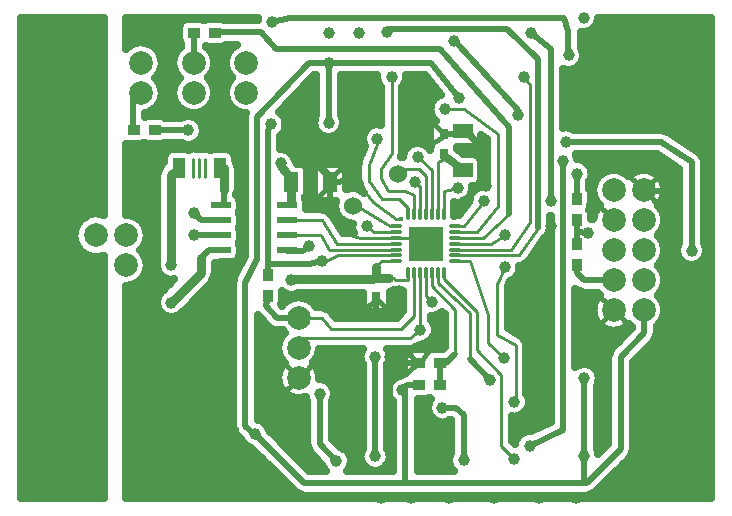
<source format=gtl>
G04*
G04  File:            DEBUGADAPTOR..GTL, Mon Jan 23 17:11:56 2012*
G04  Source:          P-CAD 2006 PCB, Version 19.02.958, (D:\Projects\finished\EC3\DebugAdaptor.PCB)*
G04  Format:          Gerber Format (RS-274-D), ASCII*
G04*
G04  Format Options:  Absolute Positioning*
G04                   Leading-Zero Suppression*
G04                   Scale Factor 1:1*
G04                   NO Circular Interpolation*
G04                   Millimeter Units*
G04                   Numeric Format: 4.4 (XXXX.XXXX)*
G04                   G54 NOT Used for Aperture Change*
G04                   Apertures Embedded*
G04*
G04  File Options:    Offset = (0.000mm,0.000mm)*
G04                   Drill Symbol Size = 2.032mm*
G04                   No Pad/Via Holes*
G04*
G04  File Contents:   Pads*
G04                   Vias*
G04                   Designators*
G04                   Types*
G04                   Values*
G04                   No Drill Symbols*
G04                   Top*
G04*
%INDEBUGADAPTOR..GTL*%
%ICAS*%
%MOMM*%
G04*
G04  Aperture MACROs for general use --- invoked via D-code assignment *
G04*
G04  General MACRO for flashed round with rotation and/or offset hole *
%AMROTOFFROUND*
1,1,$1,0.0000,0.0000*
1,0,$2,$3,$4*%
G04*
G04  General MACRO for flashed oval (obround) with rotation and/or offset hole *
%AMROTOFFOVAL*
21,1,$1,$2,0.0000,0.0000,$3*
1,1,$4,$5,$6*
1,1,$4,0-$5,0-$6*
1,0,$7,$8,$9*%
G04*
G04  General MACRO for flashed oval (obround) with rotation and no hole *
%AMROTOVALNOHOLE*
21,1,$1,$2,0.0000,0.0000,$3*
1,1,$4,$5,$6*
1,1,$4,0-$5,0-$6*%
G04*
G04  General MACRO for flashed rectangle with rotation and/or offset hole *
%AMROTOFFRECT*
21,1,$1,$2,0.0000,0.0000,$3*
1,0,$4,$5,$6*%
G04*
G04  General MACRO for flashed rectangle with rotation and no hole *
%AMROTRECTNOHOLE*
21,1,$1,$2,0.0000,0.0000,$3*%
G04*
G04  General MACRO for flashed rounded-rectangle *
%AMROUNDRECT*
21,1,$1,$2-$4,0.0000,0.0000,$3*
21,1,$1-$4,$2,0.0000,0.0000,$3*
1,1,$4,$5,$6*
1,1,$4,$7,$8*
1,1,$4,0-$5,0-$6*
1,1,$4,0-$7,0-$8*
1,0,$9,$10,$11*%
G04*
G04  General MACRO for flashed rounded-rectangle with rotation and no hole *
%AMROUNDRECTNOHOLE*
21,1,$1,$2-$4,0.0000,0.0000,$3*
21,1,$1-$4,$2,0.0000,0.0000,$3*
1,1,$4,$5,$6*
1,1,$4,$7,$8*
1,1,$4,0-$5,0-$6*
1,1,$4,0-$7,0-$8*%
G04*
G04  General MACRO for flashed regular polygon *
%AMREGPOLY*
5,1,$1,0.0000,0.0000,$2,$3+$4*
1,0,$5,$6,$7*%
G04*
G04  General MACRO for flashed regular polygon with no hole *
%AMREGPOLYNOHOLE*
5,1,$1,0.0000,0.0000,$2,$3+$4*%
G04*
G04  General MACRO for target *
%AMTARGET*
6,0,0,$1,$2,$3,4,$4,$5,$6*%
G04*
G04  General MACRO for mounting hole *
%AMMTHOLE*
1,1,$1,0,0*
1,0,$2,0,0*
$1=$1-$2*
$1=$1/2*
21,1,$2+$1,$3,0,0,$4*
21,1,$3,$2+$1,0,0,$4*%
G04*
G04*
G04  D10 : "Ellipse X0.254mm Y0.254mm H0.000mm 0.0deg (0.000mm,0.000mm) Draw"*
G04  Disc: OuterDia=0.2540*
%ADD10C, 0.2540*%
G04  D11 : "Ellipse X0.381mm Y0.381mm H0.000mm 0.0deg (0.000mm,0.000mm) Draw"*
G04  Disc: OuterDia=0.3810*
%ADD11C, 0.3810*%
G04  D12 : "Ellipse X0.500mm Y0.500mm H0.000mm 0.0deg (0.000mm,0.000mm) Draw"*
G04  Disc: OuterDia=0.5000*
%ADD12C, 0.5000*%
G04  D13 : "Ellipse X0.635mm Y0.635mm H0.000mm 0.0deg (0.000mm,0.000mm) Draw"*
G04  Disc: OuterDia=0.6350*
%ADD13C, 0.6350*%
G04  D14 : "Ellipse X0.800mm Y0.800mm H0.000mm 0.0deg (0.000mm,0.000mm) Draw"*
G04  Disc: OuterDia=0.8000*
%ADD14C, 0.8000*%
G04  D15 : "Ellipse X1.000mm Y1.000mm H0.000mm 0.0deg (0.000mm,0.000mm) Draw"*
G04  Disc: OuterDia=1.0000*
%ADD15C, 1.0000*%
G04  D16 : "Ellipse X0.102mm Y0.102mm H0.000mm 0.0deg (0.000mm,0.000mm) Draw"*
G04  Disc: OuterDia=0.1016*
%ADD16C, 0.1016*%
G04  D17 : "Ellipse X0.127mm Y0.127mm H0.000mm 0.0deg (0.000mm,0.000mm) Draw"*
G04  Disc: OuterDia=0.1270*
%ADD17C, 0.1270*%
G04  D18 : "Ellipse X0.150mm Y0.150mm H0.000mm 0.0deg (0.000mm,0.000mm) Draw"*
G04  Disc: OuterDia=0.1500*
%ADD18C, 0.1500*%
G04  D19 : "Ellipse X0.203mm Y0.203mm H0.000mm 0.0deg (0.000mm,0.000mm) Draw"*
G04  Disc: OuterDia=0.2032*
%ADD19C, 0.2032*%
G04  D20 : "Ellipse X0.250mm Y0.250mm H0.000mm 0.0deg (0.000mm,0.000mm) Draw"*
G04  Disc: OuterDia=0.2500*
%ADD20C, 0.2500*%
G04  D21 : "Ellipse X0.250mm Y0.250mm H0.000mm 0.0deg (0.000mm,0.000mm) Draw"*
G04  Disc: OuterDia=0.2500*
%ADD21C, 0.2500*%
G04  D22 : "Ellipse X5.000mm Y5.000mm H0.000mm 0.0deg (0.000mm,0.000mm) Flash"*
G04  Disc: OuterDia=5.0000*
%ADD22C, 5.0000*%
G04  D23 : "Ellipse X5.381mm Y5.381mm H0.000mm 0.0deg (0.000mm,0.000mm) Flash"*
G04  Disc: OuterDia=5.3810*
%ADD23C, 5.3810*%
G04  D24 : "Ellipse X1.524mm Y1.524mm H0.000mm 0.0deg (0.000mm,0.000mm) Flash"*
G04  Disc: OuterDia=1.5240*
%ADD24C, 1.5240*%
G04  D25 : "Ellipse X1.905mm Y1.905mm H0.000mm 0.0deg (0.000mm,0.000mm) Flash"*
G04  Disc: OuterDia=1.9050*
%ADD25C, 1.9050*%
G04  D26 : "Ellipse X2.000mm Y2.000mm H0.000mm 0.0deg (0.000mm,0.000mm) Flash"*
G04  Disc: OuterDia=2.0000*
%ADD26C, 2.0000*%
G04  D27 : "Ellipse X2.381mm Y2.381mm H0.000mm 0.0deg (0.000mm,0.000mm) Flash"*
G04  Disc: OuterDia=2.3810*
%ADD27C, 2.3810*%
G04  D28 : "Oval X0.280mm Y1.100mm H0.000mm 0.0deg (0.000mm,0.000mm) Flash"*
G04  Obround: DimX=0.2800, DimY=1.1000, Rotation=0.0, OffsetX=0.0000, OffsetY=0.0000, HoleDia=0.0000 *
%ADD28O, 0.2800 X1.1000*%
G04  D29 : "Oval X0.661mm Y1.481mm H0.000mm 0.0deg (0.000mm,0.000mm) Flash"*
G04  Obround: DimX=0.6610, DimY=1.4810, Rotation=0.0, OffsetX=0.0000, OffsetY=0.0000, HoleDia=0.0000 *
%ADD29O, 0.6610 X1.4810*%
G04  D30 : "Oval X1.100mm Y0.270mm H0.000mm 0.0deg (0.000mm,0.000mm) Flash"*
G04  Obround: DimX=1.1000, DimY=0.2700, Rotation=0.0, OffsetX=0.0000, OffsetY=0.0000, HoleDia=0.0000 *
%ADD30O, 1.1000 X0.2700*%
G04  D31 : "Oval X1.481mm Y0.651mm H0.000mm 0.0deg (0.000mm,0.000mm) Flash"*
G04  Obround: DimX=1.4810, DimY=0.6510, Rotation=0.0, OffsetX=0.0000, OffsetY=0.0000, HoleDia=0.0000 *
%ADD31O, 1.4810 X0.6510*%
G04  D32 : "Rectangle X3.000mm Y3.000mm H0.000mm 0.0deg (0.000mm,0.000mm) Flash"*
G04  Square: Side=3.0000, Rotation=0.0, OffsetX=0.0000, OffsetY=0.0000, HoleDia=0.0000*
%ADD32R, 3.0000 X3.0000*%
G04  D33 : "Rectangle X1.499mm Y3.277mm H0.000mm 0.0deg (0.000mm,0.000mm) Flash"*
G04  Rectangular: DimX=1.4986, DimY=3.2766, Rotation=0.0, OffsetX=0.0000, OffsetY=0.0000, HoleDia=0.0000 *
%ADD33R, 1.4986 X3.2766*%
G04  D34 : "Rectangle X3.381mm Y3.381mm H0.000mm 0.0deg (0.000mm,0.000mm) Flash"*
G04  Square: Side=3.3810, Rotation=0.0, OffsetX=0.0000, OffsetY=0.0000, HoleDia=0.0000*
%ADD34R, 3.3810 X3.3810*%
G04  D35 : "Rectangle X1.880mm Y3.658mm H0.000mm 0.0deg (0.000mm,0.000mm) Flash"*
G04  Rectangular: DimX=1.8796, DimY=3.6576, Rotation=0.0, OffsetX=0.0000, OffsetY=0.0000, HoleDia=0.0000 *
%ADD35R, 1.8796 X3.6576*%
G04  D36 : "Rectangle X0.435mm Y0.435mm H0.000mm 0.0deg (0.000mm,0.000mm) Flash"*
G04  Square: Side=0.4350, Rotation=0.0, OffsetX=0.0000, OffsetY=0.0000, HoleDia=0.0000*
%ADD36R, 0.4350 X0.4350*%
G04  D37 : "Rectangle X0.816mm Y0.816mm H0.000mm 0.0deg (0.000mm,0.000mm) Flash"*
G04  Square: Side=0.8160, Rotation=0.0, OffsetX=0.0000, OffsetY=0.0000, HoleDia=0.0000*
%ADD37R, 0.8160 X0.8160*%
G04  D38 : "Rectangle X0.800mm Y0.950mm H0.000mm 0.0deg (0.000mm,0.000mm) Flash"*
G04  Rectangular: DimX=0.8000, DimY=0.9500, Rotation=0.0, OffsetX=0.0000, OffsetY=0.0000, HoleDia=0.0000 *
%ADD38R, 0.8000 X0.9500*%
G04  D39 : "Rectangle X1.499mm Y0.991mm H0.000mm 0.0deg (0.000mm,0.000mm) Flash"*
G04  Rectangular: DimX=1.4986, DimY=0.9906, Rotation=0.0, OffsetX=0.0000, OffsetY=0.0000, HoleDia=0.0000 *
%ADD39R, 1.4986 X0.9906*%
G04  D40 : "Rectangle X1.000mm Y0.900mm H0.000mm 0.0deg (0.000mm,0.000mm) Flash"*
G04  Rectangular: DimX=1.0000, DimY=0.9000, Rotation=0.0, OffsetX=0.0000, OffsetY=0.0000, HoleDia=0.0000 *
%ADD40R, 1.0000 X0.9000*%
G04  D41 : "Rectangle X0.900mm Y1.000mm H0.000mm 0.0deg (0.000mm,0.000mm) Flash"*
G04  Rectangular: DimX=0.9000, DimY=1.0000, Rotation=0.0, OffsetX=0.0000, OffsetY=0.0000, HoleDia=0.0000 *
%ADD41R, 0.9000 X1.0000*%
G04  D42 : "Rectangle X1.000mm Y1.700mm H0.000mm 0.0deg (0.000mm,0.000mm) Flash"*
G04  Rectangular: DimX=1.0000, DimY=1.7000, Rotation=0.0, OffsetX=0.0000, OffsetY=0.0000, HoleDia=0.0000 *
%ADD42R, 1.0000 X1.7000*%
G04  D43 : "Rectangle X1.250mm Y1.700mm H0.000mm 0.0deg (0.000mm,0.000mm) Flash"*
G04  Rectangular: DimX=1.2500, DimY=1.7000, Rotation=0.0, OffsetX=0.0000, OffsetY=0.0000, HoleDia=0.0000 *
%ADD43R, 1.2500 X1.7000*%
G04  D44 : "Rectangle X1.700mm Y1.250mm H0.000mm 0.0deg (0.000mm,0.000mm) Flash"*
G04  Rectangular: DimX=1.7000, DimY=1.2500, Rotation=0.0, OffsetX=0.0000, OffsetY=0.0000, HoleDia=0.0000 *
%ADD44R, 1.7000 X1.2500*%
G04  D45 : "Rectangle X1.181mm Y1.331mm H0.000mm 0.0deg (0.000mm,0.000mm) Flash"*
G04  Rectangular: DimX=1.1810, DimY=1.3310, Rotation=0.0, OffsetX=0.0000, OffsetY=0.0000, HoleDia=0.0000 *
%ADD45R, 1.1810 X1.3310*%
G04  D46 : "Rectangle X1.880mm Y1.372mm H0.000mm 0.0deg (0.000mm,0.000mm) Flash"*
G04  Rectangular: DimX=1.8796, DimY=1.3716, Rotation=0.0, OffsetX=0.0000, OffsetY=0.0000, HoleDia=0.0000 *
%ADD46R, 1.8796 X1.3716*%
G04  D47 : "Rectangle X1.381mm Y1.281mm H0.000mm 0.0deg (0.000mm,0.000mm) Flash"*
G04  Rectangular: DimX=1.3810, DimY=1.2810, Rotation=0.0, OffsetX=0.0000, OffsetY=0.0000, HoleDia=0.0000 *
%ADD47R, 1.3810 X1.2810*%
G04  D48 : "Rectangle X1.281mm Y1.381mm H0.000mm 0.0deg (0.000mm,0.000mm) Flash"*
G04  Rectangular: DimX=1.2810, DimY=1.3810, Rotation=0.0, OffsetX=0.0000, OffsetY=0.0000, HoleDia=0.0000 *
%ADD48R, 1.2810 X1.3810*%
G04  D49 : "Rectangle X1.381mm Y2.081mm H0.000mm 0.0deg (0.000mm,0.000mm) Flash"*
G04  Rectangular: DimX=1.3810, DimY=2.0810, Rotation=0.0, OffsetX=0.0000, OffsetY=0.0000, HoleDia=0.0000 *
%ADD49R, 1.3810 X2.0810*%
G04  D50 : "Rectangle X1.631mm Y2.081mm H0.000mm 0.0deg (0.000mm,0.000mm) Flash"*
G04  Rectangular: DimX=1.6310, DimY=2.0810, Rotation=0.0, OffsetX=0.0000, OffsetY=0.0000, HoleDia=0.0000 *
%ADD50R, 1.6310 X2.0810*%
G04  D51 : "Rectangle X2.081mm Y1.631mm H0.000mm 0.0deg (0.000mm,0.000mm) Flash"*
G04  Rectangular: DimX=2.0810, DimY=1.6310, Rotation=0.0, OffsetX=0.0000, OffsetY=0.0000, HoleDia=0.0000 *
%ADD51R, 2.0810 X1.6310*%
G04  D52 : "Rectangle X2.032mm Y1.778mm H0.000mm 0.0deg (0.000mm,0.000mm) Flash"*
G04  Rectangular: DimX=2.0320, DimY=1.7780, Rotation=0.0, OffsetX=0.0000, OffsetY=0.0000, HoleDia=0.0000 *
%ADD52R, 2.0320 X1.7780*%
G04  D53 : "Rectangle X1.800mm Y0.600mm H0.000mm 0.0deg (0.000mm,0.000mm) Flash"*
G04  Rectangular: DimX=1.8000, DimY=0.6000, Rotation=0.0, OffsetX=0.0000, OffsetY=0.0000, HoleDia=0.0000 *
%ADD53R, 1.8000 X0.6000*%
G04  D54 : "Rectangle X1.880mm Y0.610mm H0.000mm 0.0deg (0.000mm,0.000mm) Flash"*
G04  Rectangular: DimX=1.8796, DimY=0.6096, Rotation=0.0, OffsetX=0.0000, OffsetY=0.0000, HoleDia=0.0000 *
%ADD54R, 1.8796 X0.6096*%
G04  D55 : "Rectangle X2.413mm Y2.159mm H0.000mm 0.0deg (0.000mm,0.000mm) Flash"*
G04  Rectangular: DimX=2.4130, DimY=2.1590, Rotation=0.0, OffsetX=0.0000, OffsetY=0.0000, HoleDia=0.0000 *
%ADD55R, 2.4130 X2.1590*%
G04  D56 : "Rectangle X2.181mm Y0.981mm H0.000mm 0.0deg (0.000mm,0.000mm) Flash"*
G04  Rectangular: DimX=2.1810, DimY=0.9810, Rotation=0.0, OffsetX=0.0000, OffsetY=0.0000, HoleDia=0.0000 *
%ADD56R, 2.1810 X0.9810*%
G04  D57 : "Rectangle X2.261mm Y0.991mm H0.000mm 0.0deg (0.000mm,0.000mm) Flash"*
G04  Rectangular: DimX=2.2606, DimY=0.9906, Rotation=0.0, OffsetX=0.0000, OffsetY=0.0000, HoleDia=0.0000 *
%ADD57R, 2.2606 X0.9906*%
G04  D58 : "Ellipse X1.000mm Y1.000mm H0.000mm 0.0deg (0.000mm,0.000mm) Flash"*
G04  Disc: OuterDia=1.0000*
%ADD58C, 1.0000*%
G04  D59 : "Ellipse X1.381mm Y1.381mm H0.000mm 0.0deg (0.000mm,0.000mm) Flash"*
G04  Disc: OuterDia=1.3810*
%ADD59C, 1.3810*%
G04*
%FSLAX44Y44*%
%SFA1B1*%
%OFA0.000B0.000*%
G04*
G71*
G90*
G01*
D2*
%LNTop*%
D14*
X666750Y908050*
Y895350D1*
X641350Y869950*
D2*
D12*
X660400Y927100*
X683200D1*
X666750Y939800D2*
X683200D1*
X660400Y946150D2*
X666750Y939800D1*
D2*
D14*
X641350Y977900*
X647700Y984250D1*
D2*
D10*
X627380Y1016000*
X627000D1*
X656000D2*
X655000Y1015000D1*
D2*
D12*
X656000Y1016000*
X627380D1*
X660400Y1073150D2*
Y1098550D1*
X754000Y717000D2*
X713000Y758000D1*
X712000*
D2*
D10*
X749300Y833950*
Y831950D1*
D2*
D14*
X743000Y890000*
Y889000D1*
D2*
D12*
X723000Y903000*
X758000D1*
X731000Y857000D2*
X750000D1*
X722000Y867000D2*
X731000Y857000D1*
X704000Y887000D2*
X714000Y907000D1*
X722708Y895708D2*
X722000Y895000D1*
X723000Y876000D2*
X722000Y867000D1*
X723000Y895000D2*
X724000Y897000D1*
X723000Y895000D2*
Y903000D1*
D2*
D10*
X739199Y939800*
X739000Y939999D1*
Y940000*
X739199Y927100D2*
X739900D1*
X740000Y927000*
D2*
D14*
X743000Y975000*
X734000Y986000D1*
X743000Y972000D2*
X742993Y972010D1*
X743000Y975000D2*
X742993Y972010D1*
Y974010D2*
Y972010D1*
Y974010D2*
X742950Y954500D1*
D2*
D12*
X737000Y1030000*
Y1016000D1*
X723000Y1015000D2*
X726000Y1021000D1*
X742000Y1111000D2*
X727000Y1108000D1*
X730000Y1085000D2*
X717000Y1099000D1*
X767000Y750000D2*
X781000Y736000D1*
X827000Y824000D2*
Y768000D1*
D2*
D10*
X814871Y890000*
X812400D1*
X814871D2*
X814800Y890050D1*
X812400Y890000D2*
X812000Y889000D1*
X783000Y910000D2*
X831750D1*
X772000Y905000D2*
X783000Y910000D1*
D2*
D12*
X815000Y874500*
Y861000D1*
X785000Y860000D2*
X827000D1*
D2*
D10*
X768750Y857250*
X777000Y848000D1*
X820000Y905000D2*
X831000D1*
X820000D2*
X815000Y901000D1*
D2*
D14*
Y891000*
Y900000D1*
Y891000D2*
X826000D1*
D2*
D10*
Y893000D1*
X832000Y889000D2*
X829000Y891000D1*
X826000*
X772000Y905000D2*
X769000D1*
D2*
D12*
X827000Y860000*
Y874000D1*
X833000Y880000*
D2*
D10*
X836000Y848000*
X777000D1*
X826750Y934900D2*
X832000Y935000D1*
Y930000D2*
X813000D1*
X809000Y973000D2*
Y987000D1*
X801000Y925000D2*
X832000D1*
X819000Y976000D2*
Y983000D1*
X825000Y965000D2*
X819000Y976000D1*
X820000Y958000D2*
X809000Y973000D1*
X834000Y958000D2*
X820000D1*
X813000Y930000D2*
X807000Y935000D1*
X782000Y920000D2*
X832750Y919900D1*
X769000Y940000D2*
X782000Y920000D1*
X801000Y925000D2*
X790000Y928000D1*
X835800Y941200D2*
Y941800D1*
X836000Y942000*
Y941000D2*
Y942000D1*
X832000Y941000D2*
X812000Y955000D1*
X832000Y941000D2*
X836000D1*
X799000Y952000D2*
X792000D1*
X826750Y934900D2*
X799000Y952000D1*
D2*
D12*
X776000Y972000*
X775150D1*
X774700Y971550*
X776000Y954000D2*
Y971550D1*
Y972000*
D2*
D10*
X775000Y953000*
X775976Y971550D1*
X776000Y972000*
D2*
D12*
X774700Y971550*
X775976D1*
X776000*
D2*
D10*
X782770Y972000*
X783294Y972524D1*
X783590Y972820*
X776000Y972000D2*
X779369D1*
X782770*
D2*
D12*
X776000Y971550*
X779369Y972000D1*
X783294Y972524*
X795020Y975360*
D2*
D10*
X812000Y955000*
X796000Y975810D1*
X783590Y972820D2*
X795020Y976630D1*
D2*
D12*
X790000Y928000*
X786964Y933420D1*
X776000Y953000*
X786964Y933420D2*
X788000Y934000D1*
D2*
D10*
X828000Y997000*
Y1061000D1*
X816000Y1004000D2*
Y1009000D1*
X824000Y1101000D2*
Y1100000D1*
Y1102000D2*
Y1101000D1*
X867050Y801900D2*
X869050Y799900D1*
X868000Y802000D2*
X867050Y801900D1*
X869000Y819000D2*
X868000D1*
X869000Y802000D2*
X868000D1*
D2*
D12*
X869000Y819000*
Y802000D1*
X882000Y827000D2*
X874000Y819000D1*
X869000*
X894000Y822000D2*
X911000Y805000D1*
X882650Y781050D2*
X889000Y774700D1*
X871000Y781000D2*
X882650Y781050D1*
X851220Y800000D2*
X841000D1*
X850900Y819150D2*
X851000Y819050D1*
Y819000*
D2*
D10*
X843950Y839950*
X852000Y847000D1*
X857000Y895000D2*
Y876000D1*
X862000Y871000*
X894000Y905000D2*
X910000Y860000D1*
X882000Y905000D2*
X894000D1*
X842000Y891000D2*
Y895000D1*
Y889000D2*
Y891000D1*
X847000Y895000D2*
Y859000D1*
X852000Y848000D2*
Y895000D1*
X862000D2*
Y884000D1*
X862250Y883750D2*
X882000Y864000D1*
X867000Y895000D2*
Y887000D1*
X894000Y861000*
X872000Y895000D2*
Y890000D1*
X900000Y862000*
X851000Y969000D2*
X848000Y972000D1*
X852000Y969000D2*
X851000D1*
X872000Y945000D2*
Y964000D1*
X867000Y946000D2*
Y989000D1*
X862000Y945000D2*
Y982000D1*
X852000Y945000D2*
Y969000D1*
X847000Y945000D2*
Y960878D1*
X842000Y946650D2*
Y950000D1*
X857000Y945000D2*
Y977000D1*
X851000Y983000D2*
X857000Y977000D1*
X887400Y982700D2*
Y981700D1*
X872250Y964250D2*
X884000Y967000D1*
X882000Y930000D2*
X900000D1*
X889000Y935000D2*
X906000Y956000D1*
X882000Y935000D2*
X889000D1*
X883000Y920000D2*
X912000D1*
X882000Y925000D2*
X905000D1*
D2*
D12*
X907730Y973730*
X889000Y955000D1*
D2*
D10*
X889363Y1034000*
X874000D1*
D2*
D12*
X872000Y1012500*
X885500D1*
X888000Y1015000*
X892000*
X909000Y998000*
D2*
D10*
X921000Y749000*
X932000Y738000D1*
X933000Y834000D2*
Y787000D1*
X932000Y786000*
D2*
D12*
X985000Y895000*
Y901000D1*
D2*
D10*
X917000Y886000*
Y843000D1*
Y886000D2*
X924000Y900000D1*
X985000Y922000D2*
X987000D1*
X985000Y920000D2*
Y922000D1*
X987000D2*
X985000Y920000D1*
D2*
D12*
Y929500*
Y940000D1*
Y922000D2*
Y929500D1*
Y979000D2*
Y957000D1*
D2*
D10*
X945000Y1054000*
X940000Y1061000D1*
D2*
D12*
X935000Y1033000*
Y1029000D1*
X977650Y1089000D2*
X977900Y1079500D1*
X974000Y1111000D2*
X977650Y1100000D1*
Y1089000*
X963000Y1085000D2*
X946150Y1098550D1*
X952000Y1076000D2*
X926000Y1102000D1*
X1016000Y889000D2*
X1017000D1*
X1041400Y863600D2*
X1042000Y863000D1*
Y844000*
D2*
D10*
X994000Y933000*
Y929000D1*
D2*
D12*
X1041000Y965000*
X1059000D1*
X683200Y914400D2*
X673100D1*
X666750Y908050*
X739199Y914400D2*
Y914199D1*
X739000Y914000*
X753000*
X758000Y918000*
X712000Y758000D2*
X704000Y766000D1*
D2*
D10*
X751300Y839950*
X749300Y833950D1*
D2*
D12*
X704000Y766000*
Y887000D1*
X714000Y1027000D2*
X758000Y1073000D1*
X767000Y793000D2*
Y750000D1*
X814000Y824000D2*
Y740000D1*
X827000Y730000D2*
Y768000D1*
D2*
D10*
X775000Y915000*
X832000D1*
X768000Y927000D2*
X775000Y915000D1*
X809000Y987000D2*
X816000Y1004000D1*
D2*
D12*
X774700Y1073000*
Y1022350D1*
D2*
D10*
X819000Y983000*
X828000Y997000D1*
X894000Y861000D2*
Y822000D1*
X910000Y860000D2*
Y836000D1*
D2*
D12*
X889000Y774700*
Y736600D1*
D2*
D10*
X900000Y862000*
Y830000D1*
X882000Y864000D2*
Y827000D1*
X862000Y982000D2*
X850000Y993000D1*
X867000Y989000D2*
X872000Y992000D1*
D2*
D12*
Y996000*
X888000Y983000D1*
D2*
D10*
X872000Y992000*
X887400Y981700D1*
D2*
D12*
X885000Y1043000*
X861000Y1073000D1*
X909000Y998000D2*
X907730Y973730D1*
D2*
D10*
X921000Y809000*
Y749000D1*
X917000Y843000D2*
X933000Y834000D1*
X929000Y915000D2*
X945000Y938000D1*
X936000Y910000D2*
X952000Y933000D1*
D2*
D12*
X973000Y762000*
X945000Y749000D1*
X963000Y956000D2*
Y1085000D1*
X1042000Y844000D2*
X1022000Y824000D1*
Y746000*
D2*
D14*
X641350Y901700*
Y977900D1*
D2*
D12*
X723000Y903000*
Y1015000D1*
X714000Y907000D2*
Y1027000D1*
D2*
D10*
X918000Y952000*
Y1013000D1*
D2*
D12*
X973000Y990000*
Y762000D1*
X927000Y945000D2*
Y1019000D1*
D2*
D10*
X945000Y938000*
Y1054000D1*
D2*
D12*
X952000Y933000*
Y1076000D1*
X1082000Y989000D2*
Y914000D1*
X609600Y1016000D2*
X610000D1*
X609000Y1043000D2*
X616000Y1047000D1*
X610000Y1016000D2*
X609000Y1018000D1*
Y1043000*
X754000Y717000D2*
X839650D1*
D2*
D10*
X900000Y830000*
X921000Y809000D1*
X910000Y836000D2*
X923000Y823000D1*
D2*
D12*
X839650Y796000*
X837000D1*
X841000Y800000D2*
X837000Y796000D1*
X851000Y819000D2*
X828000D1*
D2*
D10*
X749300Y857250*
X768750D1*
X882000Y910000D2*
X936000D1*
X847000Y859000D2*
X836000Y848000D1*
X751300Y839950D2*
X843950D1*
D2*
D12*
X758000Y903000*
X769000Y905000D1*
D2*
D10*
X832000Y889000*
X842000D1*
D2*
D14*
X743000Y890000*
X812400D1*
D2*
D12*
X683200Y927100*
X685800D1*
X683200Y939800D2*
X685800D1*
D2*
D14*
X682700Y984250*
X685800D1*
Y965200*
D2*
D12*
Y952500D1*
X683200D2*
X685800D1*
D2*
D10*
X838000Y983000*
X851000D1*
X847000Y960878D2*
X839000Y965000D1*
X842000Y950000D2*
X834000Y958000D1*
X912000Y920000D2*
X924000Y927000D1*
X900000Y930000D2*
X918000Y952000D1*
X838000Y983000D2*
X833000Y979000D1*
X839000Y965000D2*
X825000D1*
X832650Y925000D2*
X848000D1*
X740000Y927000D2*
X768000D1*
X739000Y940000D2*
X769000D1*
X905000Y925000D2*
X927000Y945000D1*
X918000Y1013000D2*
X889363Y1034000D1*
D2*
D12*
X758000Y1073000*
X774700D1*
X717000Y1099000D2*
X678000D1*
X926000Y1102000D2*
X824000D1*
X861000Y1073000D2*
X777000D1*
X730000Y1085000D2*
X869000D1*
X1022000Y746000D2*
X993000Y717000D1*
X991000D2*
X993000D1*
X991000Y740000D2*
Y717000D1*
Y889000D2*
X985000Y895000D1*
X1065000Y846000D2*
X1064000Y845000D1*
X1065000Y897890D2*
Y846000D1*
Y897890D2*
X1065530D1*
X991000Y889000D2*
X1016000D1*
X1059000Y965000D2*
X1065000Y959000D1*
X994000Y929000D2*
X985000Y929500D1*
X1065000Y959000D2*
Y928370D1*
X1064260*
X976000Y1006000D2*
X1056000D1*
X839650Y796000D2*
Y717000D1*
D2*
D10*
X882000Y915000*
X929000D1*
D2*
D12*
X737000Y1016000*
X776000Y977000D1*
X927000Y1019000D2*
X869000Y1085000D1*
X880000Y1093000D2*
X935000Y1033000D1*
X991000Y806000D2*
Y740000D1*
X1065000Y928370D2*
Y897890D1*
X1056000Y1006000D2*
X1082000Y989000D1*
D2*
D13*
X584200Y944367*
Y1111250D1*
X514350*
Y704850*
X584200*
Y909832*
X577850Y908569*
X570758Y909979*
X564746Y913996*
X560729Y920008*
X559319Y927100*
X560729Y934191*
X564746Y940203*
X570758Y944220*
X577850Y945631*
X584200Y944367*
X514350Y704850D2*
X584200D1*
X514350Y709612D2*
X584200D1*
X514350Y714375D2*
X584200D1*
X514350Y719137D2*
X584200D1*
X514350Y723900D2*
X584200D1*
X514350Y728662D2*
X584200D1*
X514350Y733425D2*
X584200D1*
X514350Y738187D2*
X584200D1*
X514350Y742950D2*
X584200D1*
X514350Y747712D2*
X584200D1*
X514350Y752475D2*
X584200D1*
X514350Y757237D2*
X584200D1*
X514350Y762000D2*
X584200D1*
X514350Y766762D2*
X584200D1*
X514350Y771525D2*
X584200D1*
X514350Y776287D2*
X584200D1*
X514350Y781050D2*
X584200D1*
X514350Y785812D2*
X584200D1*
X514350Y790575D2*
X584200D1*
X514350Y795337D2*
X584200D1*
X514350Y800100D2*
X584200D1*
X514350Y804862D2*
X584200D1*
X514350Y809625D2*
X584200D1*
X514350Y814387D2*
X584200D1*
X514350Y819150D2*
X584200D1*
X514350Y823912D2*
X584200D1*
X514350Y828675D2*
X584200D1*
X514350Y833437D2*
X584200D1*
X514350Y838200D2*
X584200D1*
X514350Y842962D2*
X584200D1*
X514350Y847725D2*
X584200D1*
X514350Y852487D2*
X584200D1*
X514350Y857250D2*
X584200D1*
X514350Y862012D2*
X584200D1*
X514350Y866775D2*
X584200D1*
X514350Y871537D2*
X584200D1*
X514350Y876300D2*
X584200D1*
X514350Y881062D2*
X584200D1*
X514350Y885825D2*
X584200D1*
X514350Y890587D2*
X584200D1*
X514350Y895350D2*
X584200D1*
X514350Y900112D2*
X584200D1*
X514350Y904875D2*
X584200D1*
X514350Y909637D2*
X572478D1*
X583221D2*
X584200D1*
X514350Y914400D2*
X564477D1*
X514350Y919162D2*
X561294D1*
X514350Y923925D2*
X559950D1*
X514350Y928687D2*
X559634D1*
X514350Y933450D2*
X560582D1*
X514350Y938212D2*
X563416D1*
X514350Y942975D2*
X568894D1*
X514350Y947737D2*
X584200D1*
X514350Y952500D2*
X584200D1*
X514350Y957262D2*
X584200D1*
X514350Y962025D2*
X584200D1*
X514350Y966787D2*
X584200D1*
X514350Y971550D2*
X584200D1*
X514350Y976312D2*
X584200D1*
X514350Y981075D2*
X584200D1*
X514350Y985837D2*
X584200D1*
X514350Y990600D2*
X584200D1*
X514350Y995362D2*
X584200D1*
X514350Y1000125D2*
X584200D1*
X514350Y1004887D2*
X584200D1*
X514350Y1009650D2*
X584200D1*
X514350Y1014412D2*
X584200D1*
X514350Y1019175D2*
X584200D1*
X514350Y1023937D2*
X584200D1*
X514350Y1028700D2*
X584200D1*
X514350Y1033462D2*
X584200D1*
X514350Y1038225D2*
X584200D1*
X514350Y1042987D2*
X584200D1*
X514350Y1047750D2*
X584200D1*
X514350Y1052512D2*
X584200D1*
X514350Y1057275D2*
X584200D1*
X514350Y1062037D2*
X584200D1*
X514350Y1066800D2*
X584200D1*
X514350Y1071562D2*
X584200D1*
X514350Y1076325D2*
X584200D1*
X514350Y1081087D2*
X584200D1*
X514350Y1085850D2*
X584200D1*
X514350Y1090612D2*
X584200D1*
X514350Y1095375D2*
X584200D1*
X514350Y1100137D2*
X584200D1*
X514350Y1104900D2*
X584200D1*
X514350Y1109662D2*
X584200D1*
D2*
D12*
X839650Y717000*
X991000D1*
X742000Y1111000D2*
X974000D1*
D2*
D13*
X880746Y727472*
X880222Y727822D1*
X877531Y731849*
X876586Y736600*
X877531Y741350*
X878527Y742841*
Y770362*
X878330Y770559*
X877281Y770554*
X875750Y769531*
X871000Y768586*
X866249Y769531*
X862222Y772222*
X859531Y776249*
X858586Y781000*
X859531Y785750*
X861491Y788683*
X861200Y788741*
X860110Y789470*
X859019Y788741*
X856220Y788184*
X850122*
Y727472*
X880746*
X850122D2*
X880746D1*
X850122Y732234D2*
X877454D1*
X850122Y736997D2*
X876665D1*
X850122Y741759D2*
X877804D1*
X850122Y746522D2*
X878527D1*
X850122Y751284D2*
X878527D1*
X850122Y756047D2*
X878527D1*
X850122Y760809D2*
X878527D1*
X850122Y765572D2*
X878527D1*
X850122Y770334D2*
X865047D1*
X876952D2*
X878527D1*
X850122Y775097D2*
X860301D1*
X850122Y779859D2*
X858813D1*
X850122Y784622D2*
X859307D1*
X859982Y789384D2*
X860237D1*
X942463Y903536D2*
X939926Y902485D1*
X937614Y901003*
X936784Y901184*
X936224Y900952*
X936413Y900000*
X935468Y895249*
X932777Y891222*
X928750Y888531*
X928456Y888473*
X926140Y883842*
Y848346*
X937481Y841966*
X938275Y840955*
X939463Y840463*
X940358Y838303*
X941802Y836464*
X941648Y835187*
X942140Y834000*
Y792737*
X943468Y790750*
X944413Y786000*
X943468Y781249*
X940777Y777222*
X936750Y774531*
X932000Y773586*
X930140Y773956*
Y752786*
X932641Y750286*
X932834Y750247*
X933531Y753750*
X936222Y757777*
X940249Y760468*
X945000Y761413*
X946308Y761153*
X962527Y768683*
Y943680*
X962472Y943691*
Y933000*
X959404Y925595*
X957408Y924768*
X943503Y904780*
X942788Y904321*
X942463Y903536*
X930140Y755010D2*
X934373D1*
X930140Y759772D2*
X939207D1*
X930140Y764535D2*
X953592D1*
X930140Y769297D2*
X962527D1*
X934380Y774060D2*
X962527D1*
X941846Y778822D2*
X962527D1*
X943933Y783585D2*
X962527D1*
X943946Y788347D2*
X962527D1*
X942140Y793110D2*
X962527D1*
X942140Y797872D2*
X962527D1*
X942140Y802635D2*
X962527D1*
X942140Y807397D2*
X962527D1*
X942140Y812160D2*
X962527D1*
X942140Y816922D2*
X962527D1*
X942140Y821685D2*
X962527D1*
X942140Y826447D2*
X962527D1*
X942140Y831210D2*
X962527D1*
X941743Y835972D2*
X962527D1*
X938807Y840735D2*
X962527D1*
X931204Y845497D2*
X962527D1*
X926140Y850260D2*
X962527D1*
X926140Y855022D2*
X962527D1*
X926140Y859785D2*
X962527D1*
X926140Y864547D2*
X962527D1*
X926140Y869310D2*
X962527D1*
X926140Y874072D2*
X962527D1*
X926140Y878835D2*
X962527D1*
X926140Y883597D2*
X962527D1*
X928399Y888360D2*
X962527D1*
X934047Y893122D2*
X962527D1*
X935992Y897885D2*
X962527D1*
X940317Y902647D2*
X962527D1*
X945333Y907410D2*
X962527D1*
X948646Y912172D2*
X962527D1*
X951959Y916935D2*
X962527D1*
X955272Y921697D2*
X962527D1*
X959763Y926460D2*
X962527D1*
X961735Y931222D2*
X962527D1*
X962472Y935985D2*
X962527D1*
X962472Y940747D2*
X962527D1*
X908859Y1008368D2*
X903815Y1012066D1*
Y1008770*
X903258Y1005970*
X901672Y1003597*
X899299Y1002011*
X896500Y1001454*
X883175*
X883315Y1000750*
Y1000299*
X889141Y995565*
X896500*
X899299Y995008*
X901672Y993422*
X903258Y991049*
X903815Y988250*
Y975750*
X903258Y972950*
X901672Y970577*
X899299Y968991*
X896500Y968434*
X896128*
X896413Y967000*
X895468Y962249*
X892777Y958222*
X888750Y955531*
X884000Y954586*
X881140Y955155*
Y945000*
X880742Y944039*
Y943692*
X880916*
X882000Y944140*
X884639*
X893715Y955352*
X893586Y956000*
X894531Y960750*
X897222Y964777*
X901249Y967468*
X906000Y968413*
X908859Y967844*
Y1008368*
X880742Y943692D2*
X880916D1*
X881140Y948454D2*
X888131D1*
X881140Y953217D2*
X891986D1*
X892414Y957979D2*
X893980D1*
X895566Y962742D2*
X895862D1*
X896313Y967504D2*
X901430D1*
X902801Y972267D2*
X908859D1*
X903815Y977029D2*
X908859D1*
X903815Y981792D2*
X908859D1*
X903815Y986554D2*
X908859D1*
X903079Y991317D2*
X908859D1*
X888509Y996079D2*
X908859D1*
X883297Y1000842D2*
X908859D1*
X903014Y1005604D2*
X908859D1*
X903815Y1010367D2*
X906133D1*
D2*
D11*
X894595Y1010675*
X901672Y1003597D1*
D2*
D13*
X736917Y869632*
X742598Y873428D1*
X749300Y874761*
X756001Y873428*
X761682Y869632*
X763848Y866390*
X768750*
X769007Y866284*
X769271Y866375*
X772204Y864959*
X775213Y863713*
X775320Y863455*
X775571Y863334*
X781095Y857140*
X832213*
X837859Y862786*
Y879859*
X832000*
X830152Y880624*
X826315Y879035*
Y869750*
X825758Y866950*
X824172Y864577*
X821799Y862991*
X819000Y862434*
X811000*
X808200Y862991*
X805827Y864577*
X804241Y866950*
X803684Y869750*
Y877904*
X748308*
X747750Y877531*
X743000Y876586*
X738249Y877531*
X734815Y879826*
Y871000*
X734394Y868882*
X735555Y867593*
X736917Y869632*
X781095Y857140D2*
X832213D1*
X776847Y861903D2*
X836976D1*
X763664Y866665D2*
X804431D1*
X825568D2*
X837859D1*
X734815Y871428D2*
X739605D1*
X758994D2*
X803684D1*
X826315D2*
X837859D1*
X734815Y876190D2*
X803684D1*
X826315D2*
X837859D1*
D2*
D11*
X817095Y871655*
X824172Y864577D1*
X812905Y871655D2*
X805827Y864577D1*
D2*
D13*
X736917Y819467*
X733121Y825148D1*
X731788Y831850*
X733121Y838551*
X736917Y844232*
X737392Y844550*
X736917Y844867*
X735808Y846527*
X731000*
X730727Y846640*
X730449Y846542*
X727061Y848159*
X723595Y849595*
X723482Y849867*
X723216Y849994*
X714472Y859710*
Y770921*
X716750Y770468*
X720777Y767777*
X723468Y763750*
X723818Y761991*
X758337Y727472*
X772055*
X769531Y731249*
X769181Y733008*
X759595Y742595*
X756527Y750000*
Y786758*
X755531Y788249*
X755162Y790104*
X749300Y788938*
X742598Y790271*
X736917Y794067*
X733121Y799748*
X731788Y806450*
X733121Y813151*
X736917Y818832*
X737392Y819150*
X736917Y819467*
X758337Y727472D2*
X772055D1*
X753575Y732234D2*
X769335D1*
X748812Y736997D2*
X765193D1*
X744050Y741759D2*
X760430D1*
X739287Y746522D2*
X757968D1*
X734525Y751284D2*
X756527D1*
X729762Y756047D2*
X756527D1*
X725000Y760809D2*
X756527D1*
X722251Y765572D2*
X756527D1*
X716950Y770334D2*
X756527D1*
X714472Y775097D2*
X756527D1*
X714472Y779859D2*
X756527D1*
X714472Y784622D2*
X756527D1*
X714472Y789384D2*
X747057D1*
X751542D2*
X755305D1*
X714472Y794147D2*
X736864D1*
X714472Y798909D2*
X733682D1*
X714472Y803672D2*
X732341D1*
X714472Y808434D2*
X732183D1*
X714472Y813197D2*
X733152D1*
X714472Y817959D2*
X736334D1*
X714472Y822722D2*
X734742D1*
X714472Y827484D2*
X732656D1*
X714472Y832247D2*
X731867D1*
X714472Y837009D2*
X732814D1*
X714472Y841772D2*
X735273D1*
X714472Y846534D2*
X730983D1*
X714472Y851297D2*
X722043D1*
X714472Y856059D2*
X717757D1*
D2*
D11*
X744300Y811450*
X736917Y818832D1*
X744300Y801450D2*
X736917Y794067D1*
D2*
D13*
X765478Y825148*
X761682Y819467D1*
X761207Y819150*
X761682Y818832*
X765478Y813151*
X766811Y806450*
X766589Y805331*
X767000Y805413*
X771750Y804468*
X775777Y801777*
X778468Y797750*
X779413Y793000*
X778468Y788249*
X777472Y786758*
Y754337*
X783991Y747818*
X785750Y747468*
X789777Y744777*
X792468Y740750*
X793413Y736000*
X792468Y731249*
X789944Y727472*
X829177*
Y786584*
X828222Y787222*
X825531Y791249*
X824586Y796000*
X825531Y800750*
X828222Y804777*
X832249Y807468*
X835133Y808042*
X840265Y810167*
X839141Y811850*
X838584Y814650*
Y823650*
X839141Y826449*
X840727Y828822*
X843100Y830408*
X845900Y830965*
X855900*
X858699Y830408*
X859790Y829680*
X860880Y830408*
X863680Y830965*
X871155*
X872859Y832669*
Y860213*
X870806Y862266*
X870777Y862222*
X866750Y859531*
X862000Y858586*
X861140Y858757*
Y855234*
X863468Y851750*
X864413Y847000*
X863468Y842249*
X860777Y838222*
X856750Y835531*
X852000Y834586*
X851755Y834635*
X849972Y833073*
X846923Y832040*
X843950Y830809*
X824092*
X825468Y828750*
X826413Y824000*
X825468Y819249*
X824472Y817758*
Y746241*
X825468Y744750*
X826413Y740000*
X825468Y735249*
X822777Y731222*
X818750Y728531*
X814000Y727586*
X809249Y728531*
X805222Y731222*
X802531Y735249*
X801586Y740000*
X802531Y744750*
X803527Y746241*
Y817758*
X802531Y819249*
X801586Y824000*
X802531Y828750*
X803907Y830809*
X766604*
X765478Y825148*
X789944Y727472D2*
X829177D1*
X792664Y732234D2*
X804546D1*
X823453D2*
X829177D1*
X793215Y736997D2*
X802183D1*
X825816D2*
X829177D1*
X791794Y741759D2*
X801936D1*
X826063D2*
X829177D1*
X787166Y746522D2*
X803527D1*
X824472D2*
X829177D1*
X780525Y751284D2*
X803527D1*
X824472D2*
X829177D1*
X777472Y756047D2*
X803527D1*
X824472D2*
X829177D1*
X777472Y760809D2*
X803527D1*
X824472D2*
X829177D1*
X777472Y765572D2*
X803527D1*
X824472D2*
X829177D1*
X777472Y770334D2*
X803527D1*
X824472D2*
X829177D1*
X777472Y775097D2*
X803527D1*
X824472D2*
X829177D1*
X777472Y779859D2*
X803527D1*
X824472D2*
X829177D1*
X777472Y784622D2*
X803527D1*
X824472D2*
X829177D1*
X778694Y789384D2*
X803527D1*
X824472D2*
X826777D1*
X779185Y794147D2*
X803527D1*
X824472D2*
X824955D1*
X777693Y798909D2*
X803527D1*
X824472D2*
X825165D1*
X772942Y803672D2*
X803527D1*
X824472D2*
X827483D1*
X766416Y808434D2*
X803527D1*
X824472D2*
X836080D1*
X765447Y813197D2*
X803527D1*
X824472D2*
X838873D1*
X762265Y817959D2*
X803393D1*
X824606D2*
X838584D1*
X763857Y822722D2*
X801840D1*
X826159D2*
X838584D1*
X765943Y827484D2*
X802279D1*
X825720D2*
X839832D1*
X847532Y832247D2*
X872437D1*
X858962Y837009D2*
X872859D1*
X863149Y841772D2*
X872859D1*
X864320Y846534D2*
X872859D1*
X863558Y851297D2*
X872859D1*
X861140Y856059D2*
X872859D1*
X868681Y860822D2*
X872250D1*
D2*
D11*
X754300Y811450*
X761682Y818832D1*
X853995Y821745D2*
X859790Y829680D1*
X847805Y821745D2*
X840727Y828822D1*
X847805Y816555D2*
X840265Y810167D1*
D2*
D13*
X837619Y993165*
X838531Y997750D1*
X841222Y1001777*
X845249Y1004468*
X850000Y1005413*
X854750Y1004468*
X858777Y1001777*
X860684Y998923*
Y1000750*
X861241Y1003549*
X861709Y1004250*
X861241Y1004950*
X860684Y1007750*
Y1017250*
X861241Y1020049*
X862827Y1022422*
X865200Y1024008*
X865846Y1024137*
X864222Y1025222*
X861531Y1029249*
X860586Y1034000*
X861531Y1038750*
X864222Y1042777*
X868249Y1045468*
X869426Y1045702*
X855966Y1062527*
X840109*
X840413Y1061000*
X839468Y1056249*
X837140Y1052766*
Y997000*
X836149Y994606*
X835949Y993498*
X837619Y993165*
X837140Y997928D2*
X838650D1*
X837140Y1002690D2*
X842589D1*
X857410D2*
X861070D1*
X837140Y1007453D2*
X860743D1*
X837140Y1012215D2*
X860684D1*
X837140Y1016978D2*
X860684D1*
X837140Y1021740D2*
X862371D1*
X837140Y1026503D2*
X863366D1*
X837140Y1031265D2*
X861130D1*
X837140Y1036028D2*
X860990D1*
X837140Y1040790D2*
X862894D1*
X837140Y1045553D2*
X868676D1*
X837140Y1050315D2*
X865736D1*
X838685Y1055078D2*
X861926D1*
X840182Y1059840D2*
X858116D1*
D2*
D11*
X869905Y1015345*
X862827Y1022422D1*
X869905Y1009655D2*
X861709Y1004250D1*
D2*
D13*
X1001472Y746241*
X1002468Y744750D1*
X1003044Y741854*
X1011527Y750337*
Y824000*
X1014595Y831404*
X1031527Y848337*
Y849540*
X1029017Y851217*
X1028700Y851692*
X1028382Y851217*
X1022701Y847421*
X1016000Y846088*
X1009298Y847421*
X1003617Y851217*
X999821Y856898*
X998488Y863600*
X999821Y870301*
X1003617Y875982*
X1004092Y876300*
X1003617Y876617*
X1002341Y878527*
X991000*
X983595Y881595*
X983472Y881718*
Y815612*
X986249Y817468*
X991000Y818413*
X995750Y817468*
X999777Y814777*
X1002468Y810750*
X1003413Y806000*
X1002468Y801249*
X1001472Y799758*
Y746241*
Y746616D2*
X1007807D1*
X1001472Y751379D2*
X1011527D1*
X1001472Y756141D2*
X1011527D1*
X1001472Y760904D2*
X1011527D1*
X1001472Y765666D2*
X1011527D1*
X1001472Y770429D2*
X1011527D1*
X1001472Y775191D2*
X1011527D1*
X1001472Y779954D2*
X1011527D1*
X1001472Y784716D2*
X1011527D1*
X1001472Y789479D2*
X1011527D1*
X1001472Y794241D2*
X1011527D1*
X1001472Y799004D2*
X1011527D1*
X1002969Y803766D2*
X1011527D1*
X1002910Y808529D2*
X1011527D1*
X1000770Y813291D2*
X1011527D1*
X983472Y818054D2*
X989194D1*
X992805D2*
X1011527D1*
X983472Y822816D2*
X1011527D1*
X983472Y827579D2*
X1013010D1*
X983472Y832341D2*
X1015532D1*
X983472Y837104D2*
X1020294D1*
X983472Y841866D2*
X1025057D1*
X983472Y846629D2*
X1013281D1*
X1018718D2*
X1029819D1*
X983472Y851391D2*
X1003500D1*
X1028499D2*
X1028900D1*
X983472Y856154D2*
X1000318D1*
X983472Y860916D2*
X999022D1*
X983472Y865679D2*
X998902D1*
X983472Y870441D2*
X999915D1*
X983472Y875204D2*
X1003097D1*
X983472Y879966D2*
X987525D1*
D2*
D11*
X1021000Y858600*
X1028382Y851217D1*
X1011000Y868600D2*
X1003617Y875982D1*
X1011000Y858600D2*
X1003617Y851217D1*
D2*
D13*
X816531Y1056249*
X815586Y1061000D1*
X815890Y1062527*
X785172*
Y1028591*
X786168Y1027100*
X787113Y1022350*
X786168Y1017599*
X783477Y1013572*
X779450Y1010881*
X774700Y1009936*
X769949Y1010881*
X765922Y1013572*
X763231Y1017599*
X762286Y1022350*
X763231Y1027100*
X764227Y1028591*
Y1062527*
X762474*
X732563Y1031257*
X734777Y1029777*
X737468Y1025750*
X738413Y1021000*
X737468Y1016249*
X734777Y1012222*
X733472Y1011350*
Y1000308*
X734000Y1000413*
X738750Y999468*
X742777Y996777*
X745468Y992750*
X745906Y990549*
X748143Y987815*
X749250*
X752049Y987258*
X754422Y985672*
X756008Y983299*
X756565Y980500*
Y963500*
X756008Y960700*
X755056Y959275*
X755053Y957824*
X755515Y955500*
Y949500*
X755444Y949140*
X769000*
X769919Y948760*
X770896Y948941*
X773050Y947463*
X775463Y946463*
X775844Y945544*
X776664Y944981*
X786966Y929131*
X796291Y929112*
X795531Y930249*
X794586Y935000*
X794968Y936921*
X789227Y938063*
X784333Y941333*
X781063Y946227*
X779915Y952000*
X780747Y956184*
X769770*
X766970Y956741*
X764597Y958327*
X763011Y960700*
X762454Y963500*
Y980500*
X763011Y983299*
X764597Y985672*
X766970Y987258*
X769770Y987815*
X782270*
X785069Y987258*
X787442Y985672*
X789028Y983299*
X789585Y980500*
Y966007*
X795000Y967084*
X800772Y965936*
X804835Y963222*
X801628Y967594*
X800950Y970365*
X799859Y973000*
Y987000*
X800551Y988671*
X800547Y990480*
X805574Y1002688*
X804531Y1004249*
X803586Y1009000*
X804531Y1013750*
X807222Y1017777*
X811249Y1020468*
X816000Y1021413*
X818859Y1020844*
Y1052766*
X816531Y1056249*
X783883Y933875D2*
X794810D1*
X780787Y938637D2*
X788367D1*
X777691Y943400D2*
X782952D1*
X772031Y948162D2*
X780678D1*
X755515Y952925D2*
X780099D1*
X755080Y957687D2*
X765554D1*
X756356Y962450D2*
X762663D1*
X756565Y967212D2*
X762454D1*
X789585D2*
X801908D1*
X756565Y971975D2*
X762454D1*
X789585D2*
X800283D1*
X756565Y976737D2*
X762454D1*
X789585D2*
X799859D1*
X756366Y981500D2*
X762653D1*
X789386D2*
X799859D1*
X753540Y986262D2*
X765479D1*
X786560D2*
X799859D1*
X745811Y991025D2*
X800772D1*
X743439Y995787D2*
X802733D1*
X733472Y1000550D2*
X804694D1*
X733472Y1005312D2*
X804320D1*
X733472Y1010075D2*
X774002D1*
X775397D2*
X803800D1*
X736525Y1014837D2*
X765076D1*
X784323D2*
X805258D1*
X738135Y1019600D2*
X762833D1*
X786566D2*
X809950D1*
X737744Y1024362D2*
X762686D1*
X786713D2*
X818859D1*
X735213Y1029125D2*
X764227D1*
X785172D2*
X818859D1*
X735079Y1033887D2*
X764227D1*
X785172D2*
X818859D1*
X739635Y1038650D2*
X764227D1*
X785172D2*
X818859D1*
X744190Y1043412D2*
X764227D1*
X785172D2*
X818859D1*
X748745Y1048175D2*
X764227D1*
X785172D2*
X818859D1*
X753301Y1052937D2*
X764227D1*
X785172D2*
X818744D1*
X757856Y1057700D2*
X764227D1*
X785172D2*
X816242D1*
X762412Y1062462D2*
X764227D1*
X785172D2*
X815877D1*
D2*
D11*
X780365Y978595*
X787442Y985672D1*
X771675Y978595D2*
X764597Y985672D1*
X771675Y965405D2*
X764597Y958327D1*
D2*
D13*
X993000Y706527*
X754000D1*
X746595Y709595*
X709008Y747181*
X707249Y747531*
X703222Y750222*
X700531Y754249*
X700429Y754760*
X696595Y758595*
X693527Y766000*
Y887000*
X694460Y889251*
X694633Y891683*
X703527Y909472*
Y1027000*
X704871Y1030242*
X704850Y1030238*
X698148Y1031571*
X692467Y1035367*
X688671Y1041048*
X687338Y1047750*
X688671Y1054451*
X692467Y1060132*
X692942Y1060450*
X692467Y1060767*
X688671Y1066448*
X687338Y1073150*
X688671Y1079851*
X692467Y1085532*
X696950Y1088527*
X687830*
X685979Y1087291*
X683180Y1086734*
X673180*
X670872Y1087193*
Y1086808*
X672782Y1085532*
X676578Y1079851*
X677911Y1073150*
X676578Y1066448*
X672782Y1060767*
X672307Y1060450*
X672782Y1060132*
X676578Y1054451*
X677911Y1047750*
X676578Y1041048*
X672782Y1035367*
X667101Y1031571*
X660400Y1030238*
X653698Y1031571*
X648017Y1035367*
X644221Y1041048*
X642888Y1047750*
X644221Y1054451*
X648017Y1060132*
X648492Y1060450*
X648017Y1060767*
X644221Y1066448*
X642888Y1073150*
X644221Y1079851*
X648017Y1085532*
X649927Y1086808*
Y1089325*
X648641Y1091250*
X648084Y1094050*
Y1103050*
X648641Y1105849*
X650227Y1108222*
X652600Y1109808*
X655400Y1110365*
X665400*
X668199Y1109808*
X669290Y1109080*
X670380Y1109808*
X673180Y1110365*
X683180*
X685979Y1109808*
X686483Y1109472*
X714879*
X715233Y1111250*
X603250*
Y1085057*
X603567Y1085532*
X609248Y1089328*
X615950Y1090661*
X622651Y1089328*
X628332Y1085532*
X632128Y1079851*
X633461Y1073150*
X632128Y1066448*
X628332Y1060767*
X627857Y1060450*
X628332Y1060132*
X632128Y1054451*
X633461Y1047750*
X632128Y1041048*
X628332Y1035367*
X622651Y1031571*
X619472Y1030939*
Y1027186*
X619580Y1027258*
X622380Y1027815*
X632380*
X635179Y1027258*
X636356Y1026472*
X649758*
X651249Y1027468*
X656000Y1028413*
X660750Y1027468*
X664777Y1024777*
X667468Y1020750*
X668413Y1016000*
X667468Y1011249*
X664777Y1007222*
X660750Y1004531*
X656000Y1003586*
X651249Y1004531*
X649758Y1005527*
X636356*
X635179Y1004741*
X632380Y1004184*
X622380*
X619580Y1004741*
X618490Y1005470*
X617399Y1004741*
X614600Y1004184*
X604600*
X603250Y1004453*
Y944611*
X609951Y943278*
X615632Y939482*
X619428Y933801*
X620761Y927100*
X619428Y920398*
X615632Y914717*
X615157Y914400*
X615632Y914082*
X619428Y908401*
X620761Y901700*
X619428Y894998*
X615632Y889317*
X609951Y885521*
X603250Y884188*
Y704850*
X1098550*
Y1111250*
X1003013*
X1002068Y1106499*
X999377Y1102472*
X995350Y1099781*
X990600Y1098836*
X988122Y1099329*
Y1089138*
X988204Y1085991*
X989368Y1084250*
X990313Y1079500*
X989368Y1074749*
X986677Y1070722*
X982650Y1068031*
X977900Y1067086*
X973472Y1067967*
Y1017910*
X976000Y1018413*
X980750Y1017468*
X982241Y1016472*
X1056000*
X1058776Y1015321*
X1061730Y1014764*
X1087730Y997764*
X1088365Y996835*
X1089404Y996404*
X1090555Y993628*
X1092250Y991145*
X1092041Y990039*
X1092472Y989000*
Y920241*
X1093468Y918750*
X1094413Y914000*
X1093468Y909249*
X1090777Y905222*
X1086750Y902531*
X1082000Y901586*
X1077249Y902531*
X1073222Y905222*
X1070531Y909249*
X1069586Y914000*
X1070531Y918750*
X1071527Y920241*
Y983335*
X1052880Y995527*
X983949*
X984468Y994750*
X985137Y991386*
X989750Y990468*
X993777Y987777*
X996468Y983750*
X997413Y979000*
X996468Y974249*
X995472Y972758*
Y965883*
X995808Y965379*
X996365Y962580*
Y952580*
X995808Y949780*
X995080Y948690*
X995808Y947599*
X996365Y944800*
Y941161*
X997378Y940741*
X998626Y940493*
X999821Y946501*
X1003617Y952182*
X1004092Y952500*
X1003617Y952817*
X999821Y958498*
X998488Y965200*
X999821Y971901*
X1003617Y977582*
X1009298Y981378*
X1016000Y982711*
X1022701Y981378*
X1028382Y977582*
X1028700Y977107*
X1029017Y977582*
X1034698Y981378*
X1041400Y982711*
X1048101Y981378*
X1053782Y977582*
X1057578Y971901*
X1058911Y965200*
X1057578Y958498*
X1053782Y952817*
X1053307Y952500*
X1053782Y952182*
X1057578Y946501*
X1058911Y939800*
X1057578Y933098*
X1053782Y927417*
X1053307Y927100*
X1053782Y926782*
X1057578Y921101*
X1058911Y914400*
X1057578Y907698*
X1053782Y902017*
X1053307Y901700*
X1053782Y901382*
X1057578Y895701*
X1058911Y889000*
X1057578Y882298*
X1053782Y876617*
X1053307Y876300*
X1053782Y875982*
X1057578Y870301*
X1058911Y863600*
X1057578Y856898*
X1053782Y851217*
X1052472Y850342*
Y844000*
X1049404Y836595*
X1032472Y819662*
Y746000*
X1029404Y738595*
X1000404Y709595*
X993000Y706527*
X695015Y991203D2*
X697895Y984250D1*
Y965200*
X696313Y961380*
X697372Y960672*
X698958Y958299*
X699515Y955500*
Y949500*
X698958Y946700*
X698590Y946150*
X698958Y945599*
X699515Y942800*
Y936800*
X698958Y934000*
X698590Y933450*
X698958Y932899*
X699515Y930100*
Y924100*
X698958Y921300*
X698590Y920750*
X698958Y920199*
X699515Y917400*
Y911400*
X698958Y908600*
X697372Y906227*
X694999Y904641*
X692200Y904084*
X683578*
X683200Y903927*
X678845*
Y895350*
X675303Y886797*
X651032Y862526*
X650127Y861172*
X646100Y858481*
X641350Y857536*
X636599Y858481*
X632572Y861172*
X629881Y865199*
X628936Y869950*
X629881Y874700*
X632572Y878727*
X633926Y879632*
X644134Y889840*
X641350Y889286*
X636599Y890231*
X632572Y892922*
X629881Y896949*
X628936Y901700*
X629254Y903297*
Y977900*
X632797Y986453*
X635384Y989040*
Y992750*
X635941Y995549*
X637527Y997922*
X639900Y999508*
X642700Y1000065*
X652700*
X655499Y999508*
X656041Y999146*
X660200Y1000869*
X662700Y999833*
X665200Y1000869*
X667700Y999833*
X670200Y1000869*
X674358Y999146*
X674900Y999508*
X677700Y1000065*
X687700*
X690499Y999508*
X692872Y997922*
X694458Y995549*
X695015Y992750*
Y991203*
X603250Y704850D2*
X1098550D1*
X603250Y709612D2*
X746577D1*
X1000422D2*
X1098550D1*
X603250Y714375D2*
X741815D1*
X1005184D2*
X1098550D1*
X603250Y719137D2*
X737052D1*
X1009947D2*
X1098550D1*
X603250Y723900D2*
X732290D1*
X1014709D2*
X1098550D1*
X603250Y728662D2*
X727527D1*
X1019472D2*
X1098550D1*
X603250Y733425D2*
X722765D1*
X1024234D2*
X1098550D1*
X603250Y738187D2*
X718002D1*
X1028997D2*
X1098550D1*
X603250Y742950D2*
X713240D1*
X1031208D2*
X1098550D1*
X603250Y747712D2*
X706978D1*
X1032472D2*
X1098550D1*
X603250Y752475D2*
X701717D1*
X1032472D2*
X1098550D1*
X603250Y757237D2*
X697952D1*
X1032472D2*
X1098550D1*
X603250Y762000D2*
X695184D1*
X1032472D2*
X1098550D1*
X603250Y766762D2*
X693527D1*
X1032472D2*
X1098550D1*
X603250Y771525D2*
X693527D1*
X1032472D2*
X1098550D1*
X603250Y776287D2*
X693527D1*
X1032472D2*
X1098550D1*
X603250Y781050D2*
X693527D1*
X1032472D2*
X1098550D1*
X603250Y785812D2*
X693527D1*
X1032472D2*
X1098550D1*
X603250Y790575D2*
X693527D1*
X1032472D2*
X1098550D1*
X603250Y795337D2*
X693527D1*
X1032472D2*
X1098550D1*
X603250Y800100D2*
X693527D1*
X1032472D2*
X1098550D1*
X603250Y804862D2*
X693527D1*
X1032472D2*
X1098550D1*
X603250Y809625D2*
X693527D1*
X1032472D2*
X1098550D1*
X603250Y814387D2*
X693527D1*
X1032472D2*
X1098550D1*
X603250Y819150D2*
X693527D1*
X1032472D2*
X1098550D1*
X603250Y823912D2*
X693527D1*
X1036722D2*
X1098550D1*
X603250Y828675D2*
X693527D1*
X1041484D2*
X1098550D1*
X603250Y833437D2*
X693527D1*
X1046247D2*
X1098550D1*
X603250Y838200D2*
X693527D1*
X1050069D2*
X1098550D1*
X603250Y842962D2*
X693527D1*
X1052042D2*
X1098550D1*
X603250Y847725D2*
X693527D1*
X1052472D2*
X1098550D1*
X603250Y852487D2*
X693527D1*
X1054631D2*
X1098550D1*
X603250Y857250D2*
X693527D1*
X1057648D2*
X1098550D1*
X603250Y862012D2*
X632011D1*
X650688D2*
X693527D1*
X1058595D2*
X1098550D1*
X603250Y866775D2*
X629568D1*
X655281D2*
X693527D1*
X1058279D2*
X1098550D1*
X603250Y871537D2*
X629252D1*
X660043D2*
X693527D1*
X1056752D2*
X1098550D1*
X603250Y876300D2*
X630950D1*
X664806D2*
X693527D1*
X1053307D2*
X1098550D1*
X603250Y881062D2*
X635356D1*
X669568D2*
X693527D1*
X1056752D2*
X1098550D1*
X610405Y885825D2*
X640119D1*
X674331D2*
X693527D1*
X1058279D2*
X1098550D1*
X616481Y890587D2*
X636066D1*
X676873D2*
X694555D1*
X1058595D2*
X1098550D1*
X619498Y895350D2*
X630950D1*
X678845D2*
X696466D1*
X1057648D2*
X1098550D1*
X620445Y900112D2*
X629252D1*
X678845D2*
X698848D1*
X1054631D2*
X1098550D1*
X620129Y904875D2*
X629254D1*
X695349D2*
X701229D1*
X1055691D2*
X1073742D1*
X1090257D2*
X1098550D1*
X618602Y909637D2*
X629254D1*
X699165D2*
X703527D1*
X1057964D2*
X1070454D1*
X1093545D2*
X1098550D1*
X615157Y914400D2*
X629254D1*
X699515D2*
X703527D1*
X1058911D2*
X1069666D1*
X1094333D2*
X1098550D1*
X618602Y919162D2*
X629254D1*
X699165D2*
X703527D1*
X1057964D2*
X1070806D1*
X1093193D2*
X1098550D1*
X620129Y923925D2*
X629254D1*
X699480D2*
X703527D1*
X1055691D2*
X1071527D1*
X1092472D2*
X1098550D1*
X620445Y928687D2*
X629254D1*
X699515D2*
X703527D1*
X1054631D2*
X1071527D1*
X1092472D2*
X1098550D1*
X619498Y933450D2*
X629254D1*
X698590D2*
X703527D1*
X1057648D2*
X1071527D1*
X1092472D2*
X1098550D1*
X616481Y938212D2*
X629254D1*
X699515D2*
X703527D1*
X1058595D2*
X1071527D1*
X1092472D2*
X1098550D1*
X610405Y942975D2*
X629254D1*
X699480D2*
X703527D1*
X996365D2*
X999120D1*
X1058279D2*
X1071527D1*
X1092472D2*
X1098550D1*
X603250Y947737D2*
X629254D1*
X699165D2*
X703527D1*
X995716D2*
X1000647D1*
X1056752D2*
X1071527D1*
X1092472D2*
X1098550D1*
X603250Y952500D2*
X629254D1*
X699515D2*
X703527D1*
X996349D2*
X1004092D1*
X1053307D2*
X1071527D1*
X1092472D2*
X1098550D1*
X603250Y957262D2*
X629254D1*
X699165D2*
X703527D1*
X996365D2*
X1000647D1*
X1056752D2*
X1071527D1*
X1092472D2*
X1098550D1*
X603250Y962025D2*
X629254D1*
X696580D2*
X703527D1*
X996365D2*
X999120D1*
X1058279D2*
X1071527D1*
X1092472D2*
X1098550D1*
X603250Y966787D2*
X629254D1*
X697895D2*
X703527D1*
X995472D2*
X998804D1*
X1058595D2*
X1071527D1*
X1092472D2*
X1098550D1*
X603250Y971550D2*
X629254D1*
X697895D2*
X703527D1*
X995472D2*
X999751D1*
X1057648D2*
X1071527D1*
X1092472D2*
X1098550D1*
X603250Y976312D2*
X629254D1*
X697895D2*
X703527D1*
X996878D2*
X1002768D1*
X1054631D2*
X1071527D1*
X1092472D2*
X1098550D1*
X603250Y981075D2*
X630569D1*
X697895D2*
X703527D1*
X997000D2*
X1008844D1*
X1023155D2*
X1034244D1*
X1048555D2*
X1071527D1*
X1092472D2*
X1098550D1*
X603250Y985837D2*
X632542D1*
X697238D2*
X703527D1*
X995073D2*
X1067700D1*
X1092472D2*
X1098550D1*
X603250Y990600D2*
X635384D1*
X695265D2*
X703527D1*
X989089D2*
X1060416D1*
X1092147D2*
X1098550D1*
X603250Y995362D2*
X635904D1*
X694495D2*
X703527D1*
X984059D2*
X1053133D1*
X1089836D2*
X1098550D1*
X603250Y1000125D2*
X658403D1*
X661996D2*
X663403D1*
X666996D2*
X668403D1*
X671996D2*
X703527D1*
X1084121D2*
X1098550D1*
X617618Y1004887D2*
X619361D1*
X635398D2*
X650716D1*
X661283D2*
X703527D1*
X1076837D2*
X1098550D1*
X666399Y1009650D2*
X703527D1*
X1069553D2*
X1098550D1*
X668097Y1014412D2*
X703527D1*
X1062269D2*
X1098550D1*
X667781Y1019175D2*
X703527D1*
X973472D2*
X1098550D1*
X665338Y1023937D2*
X703527D1*
X973472D2*
X1098550D1*
X619472Y1028700D2*
X704232D1*
X973472D2*
X1098550D1*
X625481Y1033462D2*
X650868D1*
X669931D2*
X695318D1*
X973472D2*
X1098550D1*
X630241Y1038225D2*
X646108D1*
X674691D2*
X690558D1*
X973472D2*
X1098550D1*
X632514Y1042987D2*
X643835D1*
X676964D2*
X688285D1*
X973472D2*
X1098550D1*
X633461Y1047750D2*
X642888D1*
X677911D2*
X687338D1*
X973472D2*
X1098550D1*
X632514Y1052512D2*
X643835D1*
X676964D2*
X688285D1*
X973472D2*
X1098550D1*
X630241Y1057275D2*
X646108D1*
X674691D2*
X690558D1*
X973472D2*
X1098550D1*
X629181Y1062037D2*
X647168D1*
X673631D2*
X691618D1*
X973472D2*
X1098550D1*
X632198Y1066800D2*
X644151D1*
X676648D2*
X688601D1*
X973472D2*
X1098550D1*
X633145Y1071562D2*
X643204D1*
X677595D2*
X687654D1*
X987238D2*
X1098550D1*
X632829Y1076325D2*
X643520D1*
X677279D2*
X687970D1*
X989681D2*
X1098550D1*
X631302Y1081087D2*
X645047D1*
X675752D2*
X689497D1*
X989997D2*
X1098550D1*
X603250Y1085850D2*
X604042D1*
X627857D2*
X648492D1*
X672307D2*
X692942D1*
X988299D2*
X1098550D1*
X603250Y1090612D2*
X615704D1*
X616195D2*
X649067D1*
X988122D2*
X1098550D1*
X603250Y1095375D2*
X648084D1*
X988122D2*
X1098550D1*
X603250Y1100137D2*
X648084D1*
X995883D2*
X1098550D1*
X603250Y1104900D2*
X648452D1*
X1000999D2*
X1098550D1*
X603250Y1109662D2*
X652381D1*
X668418D2*
X670161D1*
X686198D2*
X714917D1*
X1002697D2*
X1098550D1*
D2*
D11*
X1046400Y960200*
X1053782Y952817D1*
X1046400Y970200D2*
X1053782Y977582D1*
X1036400Y970200D2*
X1029017Y977582D1*
X1011000Y944800D2*
X1003617Y952182D1*
D2*
D58*
X520700Y806450D3*
Y1016000D3*
X546100Y806450D3*
X571500D3*
Y1016000D3*
X546100D3*
X647700Y711200D3*
X641350Y901700D3*
Y869950D3*
X660400Y863600D3*
X624840Y886460D3*
X660400Y927100D3*
Y946150D3*
X656000Y1016000D3*
X628650Y1104900D3*
X723900Y711200D3*
X730000Y779000D3*
X743000Y889000D3*
X717000Y849000D3*
D41*
X723000Y893780D3*
Y876000D3*
D58*
X702000Y934000D3*
X737000Y1030000D3*
X726000Y1021000D3*
X727000Y1108000D3*
X781000Y736000D3*
X827000Y730000D3*
X814000Y740000D3*
X819150Y704850D3*
X814000Y824000D3*
X827000D3*
X788670Y829310D3*
X785000Y860000D3*
X827000D3*
D38*
X815000Y874500D3*
Y891000D3*
D58*
X769000Y905000D3*
X776000Y953000D3*
X807000Y935000D3*
X788000Y934000D3*
X795020Y975360D3*
X774700Y1022350D3*
X816000Y1009000D3*
X824000Y1099000D3*
X774700Y1098550D3*
X800100D3*
X889000Y736600D3*
X869950Y730250D3*
X876300Y704850D3*
X871000Y781000D3*
D40*
X851220Y800000D3*
X869000D3*
D58*
X852000Y847000D3*
X862000Y871000D3*
X871000Y859000D3*
X848000Y972000D3*
X884000Y967000D3*
X889000Y955000D3*
X906000Y956000D3*
X851000Y925000D3*
X873000Y1034000D3*
X885000Y1043000D3*
X881000Y1092000D3*
X952500Y704850D3*
X945000Y749000D3*
X932000Y738000D3*
Y786000D3*
X923000Y823000D3*
X946150Y863600D3*
X933450D3*
Y889000D3*
X946150D3*
X924000Y900000D3*
X963000Y956000D3*
X924000Y927000D3*
X963000Y935000D3*
X976000Y1006000D3*
X935000Y1029000D3*
X980440Y1042670D3*
X977900Y1079500D3*
X946150Y1098550D3*
X1028700Y711200D3*
X1005000Y747000D3*
X1035050Y800100D3*
Y1028700D3*
Y1104900D3*
X1085850Y711200D3*
X1092200Y800100D3*
Y1028700D3*
Y1104900D3*
X660400Y838200D3*
X624840Y914400D3*
X712000Y759000D3*
X734000Y988000D3*
D26*
X704850Y1073150D3*
Y1047750D3*
D58*
X827000Y768000D3*
X791210Y768350D3*
X774700Y1073150D3*
X828000Y1061000D3*
X866000Y835000D3*
X850000Y993000D3*
X940000Y1061000D3*
X973000Y990000D3*
X1010000Y841000D3*
X1031240Y993140D3*
X1003300D3*
X1082000Y914000D3*
X615950Y711200D3*
X609600Y1104900D3*
X679450Y711200D3*
X844550Y704850D3*
X914400D3*
X755650Y736600D3*
X911000Y805000D3*
X767000Y793000D3*
X837000Y796000D3*
X838000Y824000D3*
D26*
X749300Y806450D3*
D58*
X692150Y876300D3*
X692000Y855000D3*
D26*
X749300Y857250D3*
D58*
X834000Y880000D3*
X756000Y876000D3*
X758000Y953000D3*
X908050Y969010D3*
X991000Y740000D3*
X984250Y704850D3*
X1060450Y711200D3*
X991000Y806000D3*
X1060450Y800100D3*
X1065530Y897890D3*
X985000Y979000D3*
X994000Y929000D3*
X1064260Y928370D3*
X1060450Y1028700D3*
X990600Y1111250D3*
X1060450Y1104900D3*
D22*
X558800Y749300D3*
Y1066800D3*
D40*
X627380Y1016000D3*
X609600D3*
D58*
X758000Y918000D3*
D26*
X749300Y831850D3*
D40*
X868680Y819150D3*
X850900D3*
D44*
X888000Y982000D3*
Y1015020D3*
D38*
X872000Y1012500D3*
Y996000D3*
D22*
X1054100Y749300D3*
Y1066800D3*
D26*
X577850Y927100D3*
X603250D3*
X577850Y901700D3*
X603250D3*
D22*
X552450Y977900D3*
Y850900D3*
D53*
X683200Y914400D3*
Y952500D3*
Y939800D3*
Y927100D3*
X739199Y914400D3*
Y939800D3*
Y952500D3*
Y927100D3*
D28*
X842000Y895000D3*
X847000D3*
X852000D3*
X857000D3*
X862000D3*
X867000D3*
X872000D3*
D30*
X882000Y905000D3*
Y910000D3*
Y915000D3*
Y920000D3*
Y925000D3*
Y930000D3*
Y935000D3*
D28*
X872000Y945000D3*
X867000D3*
X862000D3*
X857000D3*
X847000D3*
X842000D3*
D32*
X857000Y920000D3*
D28*
X852000Y945000D3*
D36*
X835800Y941200D3*
D30*
X832000Y935000D3*
Y930000D3*
Y925000D3*
Y920000D3*
Y915000D3*
Y910000D3*
Y905000D3*
D24*
X833000Y979000D3*
X795000Y952000D3*
D43*
X743000Y972000D3*
X776020D3*
D26*
X1016000Y965200D3*
X1041400D3*
X1016000Y939800D3*
X1041400D3*
X1016000Y889000D3*
X1041400D3*
X1016000Y863600D3*
X1041400D3*
X1016000Y914400D3*
X1041400D3*
D41*
X984550Y957580D3*
Y939800D3*
D40*
X678180Y1098550D3*
X660400D3*
D41*
X984550Y919480D3*
Y901700D3*
D26*
X615950Y1073150D3*
Y1047750D3*
X660400D3*
Y1073150D3*
D21*
X665200Y976750*
Y991750D1*
X660200Y976750D2*
Y991750D1*
X670200D2*
Y976750D1*
D2*
D42*
X647700Y984250D3*
X682700D3*
D02M02*

</source>
